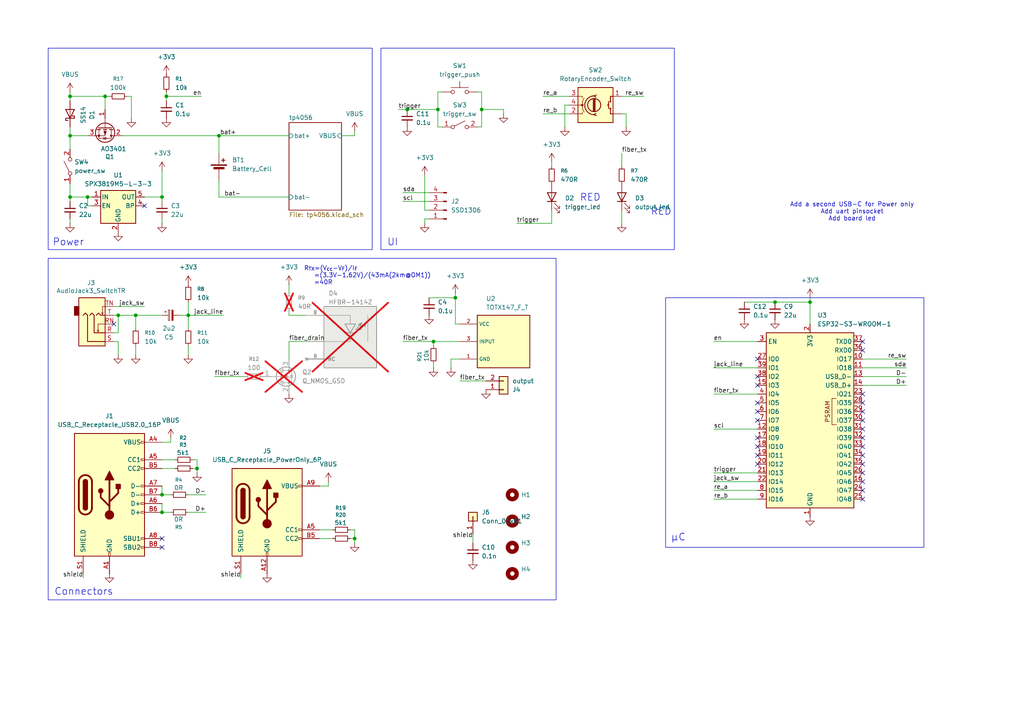
<source format=kicad_sch>
(kicad_sch (version 20250114) (generator "eeschema") (generator_version "9.0")
  (paper "A4")
  (lib_symbols
    (symbol "Connector:Conn_01x04_Pin" (pin_names (offset 1.016) (hide yes))
      (property "Reference" "J" (at 0 5.08 0))
      (property "Value" "Conn_01x04_Pin" (at 0 -7.62 0))
      (symbol "Conn_01x04_Pin_1_1"
        (pin passive line (at 5.08 2.54 180) (length 3.81) (name "Pin_1") (number "1"))
        (pin passive line (at 5.08 0 180) (length 3.81) (name "Pin_2") (number "2"))
        (pin passive line (at 5.08 -2.54 180) (length 3.81) (name "Pin_3") (number "3"))
        (pin passive line (at 5.08 -5.08 180) (length 3.81) (name "Pin_4") (number "4"))
      )
    )
    (symbol "Connector:USB_C_Receptacle_PowerOnly_6P" (pin_names (offset 1.016))
      (property "Reference" "J" (at 0 16.51 0))
      (property "Value" "USB_C_Receptacle_PowerOnly_6P" (at 0 13.97 0))
      (symbol "USB_C_Receptacle_PowerOnly_6P_1_1"
        (pin passive line (at -7.62 -17.78 90) (length 5.08) (name "SHIELD") (number "S1"))
        (pin passive line (at 0 -17.78 90) (length 5.08) (name "GND") (number "A12"))
        (pin passive line (at 0 -17.78 90) (length 5.08) (hide yes) (name "GND") (number "B12"))
        (pin passive line (at 15.24 7.62 180) (length 5.08) (name "VBUS") (number "A9"))
        (pin passive line (at 15.24 7.62 180) (length 5.08) (hide yes) (name "VBUS") (number "B9"))
        (pin bidirectional line (at 15.24 -5.08 180) (length 5.08) (name "CC1") (number "A5"))
        (pin bidirectional line (at 15.24 -7.62 180) (length 5.08) (name "CC2") (number "B5"))
      )
    )
    (symbol "Connector:USB_C_Receptacle_USB2.0_16P" (pin_names (offset 1.016))
      (property "Reference" "J" (at 0 22.225 0))
      (property "Value" "USB_C_Receptacle_USB2.0_16P" (at 0 19.685 0))
      (symbol "USB_C_Receptacle_USB2.0_16P_1_1"
        (pin passive line (at -7.62 -22.86 90) (length 5.08) (name "SHIELD") (number "S1"))
        (pin passive line (at 0 -22.86 90) (length 5.08) (name "GND") (number "A1"))
        (pin passive line (at 0 -22.86 90) (length 5.08) (hide yes) (name "GND") (number "A12"))
        (pin passive line (at 0 -22.86 90) (length 5.08) (hide yes) (name "GND") (number "B1"))
        (pin passive line (at 0 -22.86 90) (length 5.08) (hide yes) (name "GND") (number "B12"))
        (pin passive line (at 15.24 15.24 180) (length 5.08) (name "VBUS") (number "A4"))
        (pin passive line (at 15.24 15.24 180) (length 5.08) (hide yes) (name "VBUS") (number "A9"))
        (pin passive line (at 15.24 15.24 180) (length 5.08) (hide yes) (name "VBUS") (number "B4"))
        (pin passive line (at 15.24 15.24 180) (length 5.08) (hide yes) (name "VBUS") (number "B9"))
        (pin bidirectional line (at 15.24 10.16 180) (length 5.08) (name "CC1") (number "A5"))
        (pin bidirectional line (at 15.24 7.62 180) (length 5.08) (name "CC2") (number "B5"))
        (pin bidirectional line (at 15.24 2.54 180) (length 5.08) (name "D-") (number "A7"))
        (pin bidirectional line (at 15.24 0 180) (length 5.08) (name "D-") (number "B7"))
        (pin bidirectional line (at 15.24 -2.54 180) (length 5.08) (name "D+") (number "A6"))
        (pin bidirectional line (at 15.24 -5.08 180) (length 5.08) (name "D+") (number "B6"))
        (pin bidirectional line (at 15.24 -12.7 180) (length 5.08) (name "SBU1") (number "A8"))
        (pin bidirectional line (at 15.24 -15.24 180) (length 5.08) (name "SBU2") (number "B8"))
      )
    )
    (symbol "Connector_Audio:AudioJack3_SwitchTR"
      (property "Reference" "J" (at 0 8.89 0))
      (property "Value" "AudioJack3_SwitchTR" (at 0 6.35 0))
      (symbol "AudioJack3_SwitchTR_1_1"
        (pin passive line (at 5.08 2.54 180) (length 2.54) (name "~") (number "S"))
        (pin passive line (at 5.08 0 180) (length 2.54) (name "~") (number "R"))
        (pin passive line (at 5.08 -2.54 180) (length 2.54) (name "~") (number "RN"))
        (pin passive line (at 5.08 -5.08 180) (length 2.54) (name "~") (number "T"))
        (pin passive line (at 5.08 -7.62 180) (length 2.54) (name "~") (number "TN"))
      )
    )
    (symbol "Connector_Generic:Conn_01x01" (pin_names (offset 1.016) (hide yes))
      (property "Reference" "J" (at 0 2.54 0))
      (property "Value" "Conn_01x01" (at 0 -2.54 0))
      (symbol "Conn_01x01_1_1"
        (pin passive line (at -5.08 0 0) (length 3.81) (name "Pin_1") (number "1"))
      )
    )
    (symbol "Connector_Generic:Conn_01x02" (pin_names (offset 1.016) (hide yes))
      (property "Reference" "J" (at 0 2.54 0))
      (property "Value" "Conn_01x02" (at 0 -5.08 0))
      (symbol "Conn_01x02_1_1"
        (pin passive line (at -5.08 0 0) (length 3.81) (name "Pin_1") (number "1"))
        (pin passive line (at -5.08 -2.54 0) (length 3.81) (name "Pin_2") (number "2"))
      )
    )
    (symbol "Device:Battery_Cell" (pin_numbers (hide yes)) (pin_names (offset 0) (hide yes))
      (property "Reference" "BT" (at 2.54 2.54 0))
      (property "Value" "Battery_Cell" (at 2.54 0 0))
      (symbol "Battery_Cell_1_1"
        (pin passive line (at 0 5.08 270) (length 2.54) (name "+") (number "1"))
        (pin passive line (at 0 -2.54 90) (length 2.54) (name "-") (number "2"))
      )
    )
    (symbol "Device:C_Polarized_Small" (pin_numbers (hide yes)) (pin_names (offset 0.254) (hide yes))
      (property "Reference" "C" (at 0.254 1.778 0))
      (property "Value" "C_Polarized_Small" (at 0.254 -2.032 0))
      (symbol "C_Polarized_Small_1_1"
        (pin passive line (at 0 2.54 270) (length 1.8542) (name "~") (number "1"))
        (pin passive line (at 0 -2.54 90) (length 1.8542) (name "~") (number "2"))
      )
    )
    (symbol "Device:C_Small" (pin_numbers (hide yes)) (pin_names (offset 0.254) (hide yes))
      (property "Reference" "C" (at 0.254 1.778 0))
      (property "Value" "C_Small" (at 0.254 -2.032 0))
      (symbol "C_Small_1_1"
        (pin passive line (at 0 2.54 270) (length 2.032) (name "~") (number "1"))
        (pin passive line (at 0 -2.54 90) (length 2.032) (name "~") (number "2"))
      )
    )
    (symbol "Device:LED" (pin_numbers (hide yes)) (pin_names (offset 1.016) (hide yes))
      (property "Reference" "D" (at 0 2.54 0))
      (property "Value" "LED" (at 0 -2.54 0))
      (symbol "LED_1_1"
        (pin passive line (at -3.81 0 0) (length 2.54) (name "K") (number "1"))
        (pin passive line (at 3.81 0 180) (length 2.54) (name "A") (number "2"))
      )
    )
    (symbol "Device:R_Small" (pin_numbers (hide yes)) (pin_names (offset 0.254) (hide yes))
      (property "Reference" "R" (at 0 0 90))
      (property "Value" "R_Small" (at 1.778 0 90))
      (symbol "R_Small_1_1"
        (pin passive line (at 0 2.54 270) (length 0.762) (name "~") (number "1"))
        (pin passive line (at 0 -2.54 90) (length 0.762) (name "~") (number "2"))
      )
    )
    (symbol "Device:RotaryEncoder_Switch" (pin_names (offset 0.254) (hide yes))
      (property "Reference" "SW2" (at 0 10.16 0))
      (property "Value" "RotaryEncoder_Switch" (at 0 7.62 0))
      (symbol "RotaryEncoder_Switch_1_1"
        (pin passive line (at -7.62 2.54 0) (length 2.54) (name "A") (number "3"))
        (pin passive line (at -7.62 0 0) (length 2.54) (name "C") (number "4"))
        (pin passive line (at -7.62 -2.54 0) (length 2.54) (name "B") (number "2"))
        (pin passive line (at 7.62 2.54 180) (length 2.54) (name "S1") (number "1"))
        (pin passive line (at 7.62 -2.54 180) (length 2.54) (name "S2") (number ""))
      )
    )
    (symbol "Diode:SS14" (pin_numbers (hide yes)) (pin_names (offset 1.016) (hide yes))
      (property "Reference" "D" (at 0 2.54 0))
      (property "Value" "SS14" (at 0 -2.54 0))
      (symbol "SS14_1_1"
        (pin passive line (at -3.81 0 0) (length 2.54) (name "K") (number "1"))
        (pin passive line (at 3.81 0 180) (length 2.54) (name "A") (number "2"))
      )
    )
    (symbol "HFBR-1414Z:HFBR-1414Z" (pin_names (offset 1.016))
      (property "Reference" "D" (at -7.62 11.43 0))
      (property "Value" "HFBR-1414Z" (at -7.62 -8.89 0))
      (symbol "HFBR-1414Z_0_0"
        (pin passive line (at -12.7 7.62 0) (length 5.08) (name "~") (number "2"))
        (pin passive line (at -12.7 7.62 0) (length 5.08) (name "~") (number "6"))
        (pin passive line (at -12.7 7.62 0) (length 5.08) (name "~") (number "7"))
        (pin passive line (at -12.7 0 0) (length 5.08) (name "~") (number "3"))
        (pin no_connect line (at -12.7 -5.08 0) (length 5.08) (name "NC") (number "1"))
        (pin no_connect line (at -12.7 -5.08 0) (length 5.08) (name "NC") (number "4"))
        (pin no_connect line (at -12.7 -5.08 0) (length 5.08) (name "NC") (number "5"))
        (pin no_connect line (at -12.7 -5.08 0) (length 5.08) (name "NC") (number "8"))
      )
    )
    (symbol "LED_1" (pin_numbers (hide yes)) (pin_names (offset 1.016) (hide yes))
      (property "Reference" "D2" (at -0.3174 -3.81 90))
      (property "Value" "trigger_led" (at -2.8574 -3.81 90))
      (symbol "LED_1_1_1"
        (pin passive line (at -3.81 0 0) (length 2.54) (name "K") (number "2"))
        (pin passive line (at 3.81 0 180) (length 2.54) (name "A") (number "1"))
      )
    )
    (symbol "Mechanical:MountingHole" (pin_names (offset 1.016)) (in_bom no)
      (property "Reference" "H" (at 0 5.08 0))
      (property "Value" "MountingHole" (at 0 3.175 0))
    )
    (symbol "RF_Module:ESP32-S3-WROOM-1"
      (property "Reference" "U" (at -12.7 26.67 0))
      (property "Value" "ESP32-S3-WROOM-1" (at 12.7 26.67 0))
      (symbol "ESP32-S3-WROOM-1_0_0"
        (text "PSRAM" (at 5.08 2.54 900) (effects (font (size 1.27 1.27))))
      )
      (symbol "ESP32-S3-WROOM-1_1_1"
        (pin input line (at -15.24 22.86 0) (length 2.54) (name "EN") (number "3"))
        (pin bidirectional line (at -15.24 17.78 0) (length 2.54) (name "IO0") (number "27"))
        (pin bidirectional line (at -15.24 15.24 0) (length 2.54) (name "IO1") (number "39"))
        (pin bidirectional line (at -15.24 12.7 0) (length 2.54) (name "IO2") (number "38"))
        (pin bidirectional line (at -15.24 10.16 0) (length 2.54) (name "IO3") (number "15"))
        (pin bidirectional line (at -15.24 7.62 0) (length 2.54) (name "IO4") (number "4"))
        (pin bidirectional line (at -15.24 5.08 0) (length 2.54) (name "IO5") (number "5"))
        (pin bidirectional line (at -15.24 2.54 0) (length 2.54) (name "IO6") (number "6"))
        (pin bidirectional line (at -15.24 0 0) (length 2.54) (name "IO7") (number "7"))
        (pin bidirectional line (at -15.24 -2.54 0) (length 2.54) (name "IO8") (number "12"))
        (pin bidirectional line (at -15.24 -5.08 0) (length 2.54) (name "IO9") (number "17"))
        (pin bidirectional line (at -15.24 -7.62 0) (length 2.54) (name "IO10") (number "18"))
        (pin bidirectional line (at -15.24 -10.16 0) (length 2.54) (name "IO11") (number "19"))
        (pin bidirectional line (at -15.24 -12.7 0) (length 2.54) (name "IO12") (number "20"))
        (pin bidirectional line (at -15.24 -15.24 0) (length 2.54) (name "IO13") (number "21"))
        (pin bidirectional line (at -15.24 -17.78 0) (length 2.54) (name "IO14") (number "22"))
        (pin bidirectional line (at -15.24 -20.32 0) (length 2.54) (name "IO15") (number "8"))
        (pin bidirectional line (at -15.24 -22.86 0) (length 2.54) (name "IO16") (number "9"))
        (pin power_in line (at 0 27.94 270) (length 2.54) (name "3V3") (number "2"))
        (pin power_in line (at 0 -27.94 90) (length 2.54) (name "GND") (number "1"))
        (pin passive line (at 0 -27.94 90) (length 2.54) (hide yes) (name "GND") (number "40"))
        (pin passive line (at 0 -27.94 90) (length 2.54) (hide yes) (name "GND") (number "41"))
        (pin bidirectional line (at 15.24 22.86 180) (length 2.54) (name "TXD0") (number "37"))
        (pin bidirectional line (at 15.24 20.32 180) (length 2.54) (name "RXD0") (number "36"))
        (pin bidirectional line (at 15.24 17.78 180) (length 2.54) (name "IO17") (number "10"))
        (pin bidirectional line (at 15.24 15.24 180) (length 2.54) (name "IO18") (number "11"))
        (pin bidirectional line (at 15.24 12.7 180) (length 2.54) (name "USB_D-") (number "13"))
        (pin bidirectional line (at 15.24 10.16 180) (length 2.54) (name "USB_D+") (number "14"))
        (pin bidirectional line (at 15.24 7.62 180) (length 2.54) (name "IO21") (number "23"))
        (pin bidirectional line (at 15.24 5.08 180) (length 2.54) (name "IO35") (number "28"))
        (pin bidirectional line (at 15.24 2.54 180) (length 2.54) (name "IO36") (number "29"))
        (pin bidirectional line (at 15.24 0 180) (length 2.54) (name "IO37") (number "30"))
        (pin bidirectional line (at 15.24 -2.54 180) (length 2.54) (name "IO38") (number "31"))
        (pin bidirectional line (at 15.24 -5.08 180) (length 2.54) (name "IO39") (number "32"))
        (pin bidirectional line (at 15.24 -7.62 180) (length 2.54) (name "IO40") (number "33"))
        (pin bidirectional line (at 15.24 -10.16 180) (length 2.54) (name "IO41") (number "34"))
        (pin bidirectional line (at 15.24 -12.7 180) (length 2.54) (name "IO42") (number "35"))
        (pin bidirectional line (at 15.24 -15.24 180) (length 2.54) (name "IO45") (number "26"))
        (pin bidirectional line (at 15.24 -17.78 180) (length 2.54) (name "IO46") (number "16"))
        (pin bidirectional line (at 15.24 -20.32 180) (length 2.54) (name "IO47") (number "24"))
        (pin bidirectional line (at 15.24 -22.86 180) (length 2.54) (name "IO48") (number "25"))
      )
    )
    (symbol "Regulator_Linear:SPX3819M5-L-3-3" (pin_names (offset 0.254))
      (property "Reference" "U" (at -3.81 5.715 0))
      (property "Value" "SPX3819M5-L-3-3" (at 0 5.715 0))
      (symbol "SPX3819M5-L-3-3_1_1"
        (pin power_in line (at -7.62 2.54 0) (length 2.54) (name "IN") (number "1"))
        (pin input line (at -7.62 0 0) (length 2.54) (name "EN") (number "3"))
        (pin power_in line (at 0 -7.62 90) (length 2.54) (name "GND") (number "2"))
        (pin power_out line (at 7.62 2.54 180) (length 2.54) (name "OUT") (number "5"))
        (pin input line (at 7.62 0 180) (length 2.54) (name "BP") (number "4"))
      )
    )
    (symbol "Switch:SW_Push" (pin_numbers (hide yes)) (pin_names (offset 1.016) (hide yes))
      (property "Reference" "SW" (at 1.27 2.54 0))
      (property "Value" "SW_Push" (at 0 -1.524 0))
      (symbol "SW_Push_0_1"
        (pin passive line (at -5.08 0 0) (length 2.54) (name "1") (number "1"))
        (pin passive line (at 5.08 0 180) (length 2.54) (name "2") (number "2"))
      )
    )
    (symbol "Switch:SW_SPST" (pin_names (offset 0) (hide yes))
      (property "Reference" "SW" (at 0 3.175 0))
      (property "Value" "SW_SPST" (at 0 -2.54 0))
      (symbol "SW_SPST_1_1"
        (pin passive line (at -5.08 0 0) (length 2.54) (name "A") (number "1"))
        (pin passive line (at 5.08 0 180) (length 2.54) (name "B") (number "2"))
      )
    )
    (symbol "TORX147_F_T_:TOTX147_F_T"
      (property "Reference" "U" (at 0 11.684 0))
      (property "Value" "TOTX147_F_T" (at 0.254 9.144 0))
      (symbol "TOTX147_F_T_1_0"
        (pin power_in line (at 12.7 5.08 180) (length 5.08) (name "VCC") (number "2"))
        (pin output line (at 12.7 0 180) (length 5.08) (name "INPUT") (number "3"))
        (pin power_in line (at 12.7 -5.08 180) (length 5.08) (name "GND") (number "1"))
      )
    )
    (symbol "Transistor_FET:Q_NMOS_GSD" (pin_names (offset 0) (hide yes))
      (property "Reference" "Q" (at 5.08 1.905 0))
      (property "Value" "Q_NMOS_GSD" (at 5.08 0 0))
      (symbol "Q_NMOS_GSD_1_1"
        (pin input line (at -5.08 0 0) (length 2.54) (name "G") (number "1"))
        (pin passive line (at 2.54 5.08 270) (length 2.54) (name "D") (number "3"))
        (pin passive line (at 2.54 -5.08 90) (length 2.54) (name "S") (number "2"))
      )
    )
    (symbol "Transistor_FET:Q_PMOS_GDS" (pin_names (offset 0) (hide yes))
      (property "Reference" "Q" (at 5.08 1.905 0))
      (property "Value" "Q_PMOS_GDS" (at 5.08 0 0))
      (symbol "Q_PMOS_GDS_1_1"
        (pin input line (at -5.08 0 0) (length 2.54) (name "G") (number "1"))
        (pin passive line (at 2.54 5.08 270) (length 2.54) (name "D") (number "2"))
        (pin passive line (at 2.54 -5.08 90) (length 2.54) (name "S") (number "3"))
      )
    )
    (symbol "power:+3.3V" (power) (pin_numbers (hide yes)) (pin_names (offset 0) (hide yes))
      (property "Value" "+3.3V" (at 0 3.556 0))
      (symbol "+3.3V_1_1"
        (pin power_in line (at 0 0 90) (length 0) (name "~") (number "1"))
      )
    )
    (symbol "power:+3V3" (power) (pin_numbers (hide yes)) (pin_names (offset 0) (hide yes))
      (property "Value" "+3V3" (at 0 3.556 0))
      (symbol "+3V3_1_1"
        (pin power_in line (at 0 0 90) (length 0) (name "~") (number "1"))
      )
    )
    (symbol "power:GND" (power) (pin_numbers (hide yes)) (pin_names (offset 0) (hide yes))
      (property "Value" "GND" (at 0 -3.81 0))
      (symbol "GND_1_1"
        (pin power_in line (at 0 0 270) (length 0) (name "~") (number "1"))
      )
    )
    (symbol "power:VBUS" (power) (pin_numbers (hide yes)) (pin_names (offset 0) (hide yes))
      (property "Value" "VBUS" (at 0 3.556 0))
      (symbol "VBUS_1_1"
        (pin power_in line (at 0 0 90) (length 0) (name "~") (number "1"))
      )
    )
  )
  (rectangle (start 110.49 13.97) (end 195.58 72.39))
  (rectangle (start 13.97 13.97) (end 107.95 72.39))
  (rectangle (start 193.04 86.36) (end 267.97 158.75))
  (rectangle (start 13.97 74.93) (end 161.29 173.99))
  (text "Add a second USB-C for Power only\nAdd uart pinsocket\nAdd board led" (at 247.142 61.468 0) (effects (font (size 1.27 1.27))))
  (text "Connectors" (at 15.748 171.704 0) (effects (font (size 2.032 2.032)) (justify left)))
  (text "R_{TX}=(V_{cc}-V_{F})/I_{F}\n   =(3.3V-1.62V)/(43mA(2km@OM1))\n   =40R" (at 88.138 80.01 0) (effects (font (size 1.27 1.27)) (justify left)))
  (text "RED" (at 188.722 61.468 0) (effects (font (size 2.032 2.032)) (justify left)))
  (text "Power" (at 15.24 70.358 0) (effects (font (size 2.032 2.032)) (justify left)))
  (text "UI" (at 112.268 70.358 0) (effects (font (size 2.032 2.032)) (justify left)))
  (text "RED" (at 168.148 57.404 0) (effects (font (size 2.032 2.032)) (justify left)))
  (text "µC" (at 194.564 155.956 0) (effects (font (size 2.032 2.032)) (justify left)))
  (junction (at 46.99 57.15))
  (junction (at 132.08 86.36))
  (junction (at 48.26 27.94))
  (junction (at 57.15 135.89))
  (junction (at 224.79 87.63))
  (junction (at 54.61 91.44))
  (junction (at 25.4 57.15))
  (junction (at 46.99 148.59))
  (junction (at 234.95 87.63))
  (junction (at 20.32 57.15))
  (junction (at 127 31.75))
  (junction (at 139.7 31.75))
  (junction (at 125.73 99.06))
  (junction (at 20.32 39.37))
  (junction (at 102.87 156.21))
  (junction (at 63.5 39.37))
  (junction (at 34.29 91.44))
  (junction (at 118.11 31.75))
  (junction (at 46.99 143.51))
  (junction (at 30.48 27.94))
  (junction (at 20.32 27.94))
  (junction (at 39.37 91.44))
  (no_connect (at 219.71 132.08))
  (no_connect (at 250.19 139.7))
  (no_connect (at 250.19 114.3))
  (no_connect (at 250.19 101.6))
  (no_connect (at 250.19 119.38))
  (no_connect (at 250.19 129.54))
  (no_connect (at 33.02 93.98))
  (no_connect (at 219.71 111.76))
  (no_connect (at 250.19 142.24))
  (no_connect (at 219.71 134.62))
  (no_connect (at 41.91 59.69))
  (no_connect (at 219.71 104.14))
  (no_connect (at 219.71 129.54))
  (no_connect (at 219.71 109.22))
  (no_connect (at 250.19 137.16))
  (no_connect (at 250.19 127))
  (no_connect (at 250.19 99.06))
  (no_connect (at 250.19 116.84))
  (no_connect (at 250.19 121.92))
  (no_connect (at 219.71 121.92))
  (no_connect (at 219.71 116.84))
  (no_connect (at 250.19 132.08))
  (no_connect (at 219.71 119.38))
  (no_connect (at 250.19 124.46))
  (no_connect (at 46.99 156.21))
  (no_connect (at 46.99 158.75))
  (no_connect (at 250.19 134.62))
  (no_connect (at 219.71 127))
  (no_connect (at 250.19 144.78))
  (wire (pts (xy 34.29 99.06) (xy 33.02 99.06)))
  (wire (pts (xy 215.9 87.63) (xy 224.79 87.63)))
  (wire (pts (xy 124.46 86.36) (xy 132.08 86.36)))
  (wire (pts (xy 181.61 36.83) (xy 181.61 33.02)))
  (wire (pts (xy 49.53 127) (xy 49.53 128.27)))
  (wire (pts (xy 138.43 36.83) (xy 139.7 36.83)))
  (wire (pts (xy 46.99 49.53) (xy 46.99 57.15)))
  (wire (pts (xy 63.5 57.15) (xy 63.5 52.07)))
  (wire (pts (xy 39.37 100.33) (xy 39.37 102.87)))
  (wire (pts (xy 54.61 91.44) (xy 54.61 95.25)))
  (wire (pts (xy 46.99 146.05) (xy 46.99 148.59)))
  (wire (pts (xy 54.61 100.33) (xy 54.61 102.87)))
  (wire (pts (xy 63.5 39.37) (xy 63.5 44.45)))
  (wire (pts (xy 46.99 63.5) (xy 46.99 64.77)))
  (wire (pts (xy 138.43 26.67) (xy 139.7 26.67)))
  (wire (pts (xy 118.11 31.75) (xy 127 31.75)))
  (wire (pts (xy 48.26 27.94) (xy 48.26 29.21)))
  (wire (pts (xy 234.95 87.63) (xy 234.95 93.98)))
  (wire (pts (xy 48.26 26.67) (xy 48.26 27.94)))
  (wire (pts (xy 127 31.75) (xy 127 36.83)))
  (wire (pts (xy 250.19 109.22) (xy 262.89 109.22)))
  (wire (pts (xy 133.35 104.14) (xy 130.81 104.14)))
  (wire (pts (xy 20.32 36.83) (xy 20.32 39.37)))
  (wire (pts (xy 139.7 31.75) (xy 146.05 31.75)))
  (wire (pts (xy 207.01 144.78) (xy 219.71 144.78)))
  (wire (pts (xy 219.71 114.3) (xy 207.01 114.3)))
  (wire (pts (xy 33.02 96.52) (xy 34.29 96.52)))
  (wire (pts (xy 180.34 44.45) (xy 180.34 48.26)))
  (wire (pts (xy 127 36.83) (xy 128.27 36.83)))
  (wire (pts (xy 46.99 140.97) (xy 46.99 143.51)))
  (wire (pts (xy 207.01 124.46) (xy 219.71 124.46)))
  (wire (pts (xy 101.6 153.67) (xy 102.87 153.67)))
  (wire (pts (xy 83.82 99.06) (xy 83.82 104.14)))
  (wire (pts (xy 146.05 33.02) (xy 146.05 31.75)))
  (wire (pts (xy 54.61 143.51) (xy 59.69 143.51)))
  (wire (pts (xy 157.48 33.02) (xy 165.1 33.02)))
  (wire (pts (xy 83.82 90.17) (xy 83.82 91.44)))
  (wire (pts (xy 54.61 148.59) (xy 59.69 148.59)))
  (wire (pts (xy 54.61 87.63) (xy 54.61 91.44)))
  (wire (pts (xy 124.46 60.96) (xy 123.19 60.96)))
  (wire (pts (xy 46.99 143.51) (xy 49.53 143.51)))
  (wire (pts (xy 123.19 63.5) (xy 124.46 63.5)))
  (wire (pts (xy 262.89 104.14) (xy 250.19 104.14)))
  (wire (pts (xy 181.61 33.02) (xy 180.34 33.02)))
  (wire (pts (xy 102.87 156.21) (xy 102.87 157.48)))
  (wire (pts (xy 26.67 59.69) (xy 25.4 59.69)))
  (wire (pts (xy 92.71 140.97) (xy 95.25 140.97)))
  (wire (pts (xy 125.73 99.06) (xy 133.35 99.06)))
  (wire (pts (xy 57.15 133.35) (xy 57.15 135.89)))
  (wire (pts (xy 46.99 148.59) (xy 49.53 148.59)))
  (wire (pts (xy 116.84 55.88) (xy 124.46 55.88)))
  (wire (pts (xy 20.32 29.21) (xy 20.32 27.94)))
  (wire (pts (xy 48.26 27.94) (xy 58.42 27.94)))
  (wire (pts (xy 160.02 46.99) (xy 160.02 48.26)))
  (wire (pts (xy 41.91 57.15) (xy 46.99 57.15)))
  (wire (pts (xy 57.15 135.89) (xy 57.15 137.16)))
  (wire (pts (xy 41.91 88.9) (xy 33.02 88.9)))
  (wire (pts (xy 137.16 154.94) (xy 137.16 157.48)))
  (wire (pts (xy 163.83 30.48) (xy 163.83 36.83)))
  (wire (pts (xy 20.32 39.37) (xy 20.32 43.18)))
  (wire (pts (xy 180.34 64.77) (xy 180.34 60.96)))
  (wire (pts (xy 20.32 39.37) (xy 25.4 39.37)))
  (wire (pts (xy 165.1 30.48) (xy 163.83 30.48)))
  (wire (pts (xy 39.37 91.44) (xy 39.37 95.25)))
  (wire (pts (xy 128.27 26.67) (xy 127 26.67)))
  (wire (pts (xy 55.88 135.89) (xy 57.15 135.89)))
  (wire (pts (xy 125.73 99.06) (xy 125.73 100.33)))
  (wire (pts (xy 123.19 50.8) (xy 123.19 60.96)))
  (wire (pts (xy 24.13 167.64) (xy 24.13 166.37)))
  (wire (pts (xy 25.4 57.15) (xy 25.4 59.69)))
  (wire (pts (xy 132.08 93.98) (xy 133.35 93.98)))
  (wire (pts (xy 132.08 86.36) (xy 132.08 93.98)))
  (wire (pts (xy 92.71 156.21) (xy 96.52 156.21)))
  (wire (pts (xy 130.81 104.14) (xy 130.81 106.68)))
  (wire (pts (xy 46.99 57.15) (xy 46.99 58.42)))
  (wire (pts (xy 46.99 128.27) (xy 49.53 128.27)))
  (wire (pts (xy 35.56 39.37) (xy 63.5 39.37)))
  (wire (pts (xy 62.23 109.22) (xy 71.12 109.22)))
  (wire (pts (xy 102.87 39.37) (xy 102.87 38.1)))
  (wire (pts (xy 25.4 57.15) (xy 26.67 57.15)))
  (wire (pts (xy 34.29 91.44) (xy 34.29 96.52)))
  (wire (pts (xy 207.01 99.06) (xy 219.71 99.06)))
  (wire (pts (xy 34.29 91.44) (xy 39.37 91.44)))
  (wire (pts (xy 180.34 27.94) (xy 186.69 27.94)))
  (wire (pts (xy 160.02 64.77) (xy 160.02 60.96)))
  (wire (pts (xy 123.19 64.77) (xy 123.19 63.5)))
  (wire (pts (xy 207.01 106.68) (xy 219.71 106.68)))
  (wire (pts (xy 63.5 57.15) (xy 83.82 57.15)))
  (wire (pts (xy 139.7 36.83) (xy 139.7 31.75)))
  (wire (pts (xy 54.61 91.44) (xy 64.77 91.44)))
  (wire (pts (xy 207.01 142.24) (xy 219.71 142.24)))
  (wire (pts (xy 20.32 58.42) (xy 20.32 57.15)))
  (wire (pts (xy 116.84 99.06) (xy 125.73 99.06)))
  (wire (pts (xy 38.1 34.29) (xy 38.1 27.94)))
  (wire (pts (xy 139.7 31.75) (xy 139.7 26.67)))
  (wire (pts (xy 160.02 64.77) (xy 149.86 64.77)))
  (wire (pts (xy 20.32 27.94) (xy 30.48 27.94)))
  (wire (pts (xy 20.32 63.5) (xy 20.32 64.77)))
  (wire (pts (xy 224.79 87.63) (xy 234.95 87.63)))
  (wire (pts (xy 133.35 110.49) (xy 140.97 110.49)))
  (wire (pts (xy 234.95 86.36) (xy 234.95 87.63)))
  (wire (pts (xy 101.6 156.21) (xy 102.87 156.21)))
  (wire (pts (xy 55.88 133.35) (xy 57.15 133.35)))
  (wire (pts (xy 63.5 39.37) (xy 83.82 39.37)))
  (wire (pts (xy 92.71 153.67) (xy 96.52 153.67)))
  (wire (pts (xy 102.87 39.37) (xy 99.06 39.37)))
  (wire (pts (xy 125.73 105.41) (xy 125.73 106.68)))
  (wire (pts (xy 38.1 27.94) (xy 36.83 27.94)))
  (wire (pts (xy 83.82 99.06) (xy 88.9 99.06)))
  (wire (pts (xy 207.01 139.7) (xy 219.71 139.7)))
  (wire (pts (xy 30.48 27.94) (xy 31.75 27.94)))
  (wire (pts (xy 20.32 57.15) (xy 25.4 57.15)))
  (wire (pts (xy 157.48 27.94) (xy 165.1 27.94)))
  (wire (pts (xy 127 26.67) (xy 127 31.75)))
  (wire (pts (xy 33.02 91.44) (xy 34.29 91.44)))
  (wire (pts (xy 250.19 111.76) (xy 262.89 111.76)))
  (wire (pts (xy 30.48 27.94) (xy 30.48 31.75)))
  (wire (pts (xy 132.08 85.09) (xy 132.08 86.36)))
  (wire (pts (xy 39.37 91.44) (xy 46.99 91.44)))
  (wire (pts (xy 102.87 153.67) (xy 102.87 156.21)))
  (wire (pts (xy 69.85 167.64) (xy 69.85 166.37)))
  (wire (pts (xy 95.25 139.7) (xy 95.25 140.97)))
  (wire (pts (xy 262.89 106.68) (xy 250.19 106.68)))
  (wire (pts (xy 46.99 135.89) (xy 50.8 135.89)))
  (wire (pts (xy 46.99 133.35) (xy 50.8 133.35)))
  (wire (pts (xy 207.01 137.16) (xy 219.71 137.16)))
  (wire (pts (xy 115.57 31.75) (xy 118.11 31.75)))
  (wire (pts (xy 20.32 53.34) (xy 20.32 57.15)))
  (wire (pts (xy 83.82 91.44) (xy 88.9 91.44)))
  (wire (pts (xy 20.32 26.67) (xy 20.32 27.94)))
  (wire (pts (xy 116.84 58.42) (xy 124.46 58.42)))
  (wire (pts (xy 52.07 91.44) (xy 54.61 91.44)))
  (wire (pts (xy 34.29 102.87) (xy 34.29 99.06)))
  (wire (pts (xy 83.82 82.55) (xy 83.82 85.09)))
  (label "scl" (at 116.84 58.42 0))
  (label "shield" (at 69.85 167.64 180))
  (label "shield" (at 137.16 156.21 180))
  (label "fiber_tx" (at 62.23 109.22 0))
  (label "fiber_tx" (at 133.35 110.49 0))
  (label "trigger" (at 207.01 137.16 0))
  (label "D+" (at 262.89 111.76 180))
  (label "shield" (at 24.13 167.64 180))
  (label "en" (at 58.42 27.94 180))
  (label "jack_sw" (at 41.91 88.9 180))
  (label "trigger" (at 115.57 31.75 0))
  (label "D-" (at 262.89 109.22 180))
  (label "jack_sw" (at 207.01 139.7 0))
  (label "bat-" (at 69.85 57.15 180))
  (label "re_b" (at 157.48 33.02 0))
  (label "sda" (at 116.84 55.88 0))
  (label "re_a" (at 207.01 142.24 0))
  (label "re_b" (at 207.01 144.78 0))
  (label "re_a" (at 157.48 27.94 0))
  (label "fiber_tx" (at 180.34 44.45 0))
  (label "jack_line" (at 64.77 91.44 180))
  (label "fiber_tx" (at 207.01 114.3 0))
  (label "bat+" (at 68.58 39.37 180))
  (label "D-" (at 59.69 143.51 180))
  (label "en" (at 207.01 99.06 0))
  (label "re_sw" (at 186.69 27.94 180))
  (label "trigger" (at 149.86 64.77 0))
  (label "jack_line" (at 207.01 106.68 0))
  (label "D+" (at 59.69 148.59 180))
  (label "sda" (at 262.89 106.68 180))
  (label "fiber_tx" (at 116.84 99.06 0))
  (label "re_sw" (at 262.89 104.14 180))
  (label "scl" (at 207.01 124.46 0))
  (label "fiber_drain" (at 83.82 99.06 0))
  (symbol (lib_id "Switch:SW_SPST") (at 133.35 36.83 0) (unit 1) (in_bom no) (on_board no)
    (property "Reference" "SW3" (at 133.35 30.48 0))
    (property "Value" "trigger_sw" (at 133.35 33.02 0))
    (property "Footprint" "Connector_JST:JST_PH_B2B-PH-K_1x02_P2.00mm_Vertical" (effects (hide yes)))
    (property "Description" "Single Pole Single Throw (SPST) switch" (effects (hide yes)))
  )
  (symbol (lib_id "power:GND") (at 54.61 102.87 0) (unit 1)
    (property "Reference" "#PWR024" (effects (hide yes)))
    (property "Value" "GND" (effects (hide yes)))
    (property "Description" "Power symbol creates a global label with name \"GND\" , ground" (effects (hide yes)))
  )
  (symbol (lib_id "Device:R_Small") (at 52.07 148.59 90) (mirror x) (unit 1)
    (property "Reference" "R5" (at 51.816 152.908 90) (effects (font (size 1.016 1.016))))
    (property "Value" "0R" (at 51.816 150.622 90))
    (property "Footprint" "Resistor_SMD:R_0603_1608Metric_Pad0.98x0.95mm_HandSolder" (effects (hide yes)))
    (property "Description" "Resistor, small symbol" (effects (hide yes)))
  )
  (symbol (lib_id "Device:RotaryEncoder_Switch") (at 172.72 30.48 0) (unit 1)
    (property "Reference" "SW2" (at 172.72 20.32 0))
    (property "Value" "RotaryEncoder_Switch" (at 172.72 22.86 0))
    (property "Footprint" "Connector_JST:JST_PH_B4B-PH-K_1x04_P2.00mm_Vertical" (effects (hide yes)))
    (property "Description" "Rotary encoder, dual channel, incremental quadrate outputs, with switch" (effects (hide yes)))
  )
  (symbol (lib_id "Device:LED") (at 180.34 57.15 90) (unit 1)
    (property "Reference" "D3" (at 184.15 57.4674 90) (effects (justify right)))
    (property "Value" "output_led" (at 184.15 60.0074 90) (effects (justify right)))
    (property "Footprint" "Connector_JST:JST_PH_B2B-PH-K_1x02_P2.00mm_Vertical" (effects (hide yes)))
    (property "Description" "Light emitting diode" (effects (hide yes)))
    (property "Sim.Pins" "1=K 2=A" (effects (hide yes)))
  )
  (symbol (lib_id "Device:R_Small") (at 180.34 50.8 0) (unit 1)
    (property "Reference" "R7" (at 182.88 49.5299 0) (effects (font (size 1.016 1.016)) (justify left)))
    (property "Value" "470R" (at 182.88 52.0699 0) (effects (justify left)))
    (property "Footprint" "Resistor_SMD:R_0603_1608Metric_Pad0.98x0.95mm_HandSolder" (effects (hide yes)))
    (property "Description" "Resistor, small symbol" (effects (hide yes)))
  )
  (symbol (lib_id "power:GND") (at 48.26 34.29 0) (unit 1)
    (property "Reference" "#PWR04" (effects (hide yes)))
    (property "Value" "GND" (effects (hide yes)))
    (property "Description" "Power symbol creates a global label with name \"GND\" , ground" (effects (hide yes)))
  )
  (symbol (lib_id "Device:C_Small") (at 48.26 31.75 0) (unit 1)
    (property "Reference" "C1" (at 50.8 30.4862 0) (effects (justify left)))
    (property "Value" "0.1u" (at 50.8 33.0262 0) (effects (justify left)))
    (property "Footprint" "Capacitor_SMD:C_0603_1608Metric_Pad1.08x0.95mm_HandSolder" (effects (hide yes)))
    (property "Description" "Unpolarized capacitor, small symbol" (effects (hide yes)))
  )
  (symbol (lib_id "power:VBUS") (at 20.32 26.67 0) (unit 1)
    (property "Reference" "#PWR02" (effects (hide yes)))
    (property "Value" "VBUS" (at 20.32 21.59 0))
    (property "Description" "Power symbol creates a global label with name \"VBUS\"" (effects (hide yes)))
  )
  (symbol (lib_id "power:+3V3") (at 132.08 85.09 0) (unit 1)
    (property "Reference" "#PWR019" (effects (hide yes)))
    (property "Value" "+3V3" (at 132.08 80.01 0))
    (property "Description" "Power symbol creates a global label with name \"+3V3\"" (effects (hide yes)))
  )
  (symbol (lib_id "Device:R_Small") (at 54.61 85.09 0) (unit 1)
    (property "Reference" "R8" (at 57.15 83.8199 0) (effects (font (size 1.016 1.016)) (justify left)))
    (property "Value" "10k" (at 57.15 86.3599 0) (effects (justify left)))
    (property "Footprint" "Resistor_SMD:R_0603_1608Metric_Pad0.98x0.95mm_HandSolder" (effects (hide yes)))
    (property "Description" "Resistor, small symbol" (effects (hide yes)))
  )
  (symbol (lib_id "power:GND") (at 31.75 166.37 0) (unit 1)
    (property "Reference" "#PWR016" (effects (hide yes)))
    (property "Value" "GND" (effects (hide yes)))
    (property "Description" "Power symbol creates a global label with name \"GND\" , ground" (effects (hide yes)))
  )
  (symbol (lib_id "power:+3V3") (at 54.61 82.55 0) (unit 1)
    (property "Reference" "#PWR017" (effects (hide yes)))
    (property "Value" "+3V3" (at 54.61 77.47 0))
    (property "Description" "Power symbol creates a global label with name \"+3V3\"" (effects (hide yes)))
  )
  (symbol (lib_id "Device:C_Small") (at 46.99 60.96 0) (unit 1)
    (property "Reference" "C3" (at 49.53 59.6962 0) (effects (justify left)))
    (property "Value" "22u" (at 49.53 62.2362 0) (effects (justify left)))
    (property "Footprint" "Capacitor_SMD:C_0805_2012Metric_Pad1.18x1.45mm_HandSolder" (effects (hide yes)))
    (property "Description" "Unpolarized capacitor, small symbol" (effects (hide yes)))
  )
  (symbol (lib_id "Connector_Generic:Conn_01x01") (at 137.16 149.86 90) (unit 1) (in_bom no)
    (property "Reference" "J6" (at 139.7 148.5899 90) (effects (justify right)))
    (property "Value" "Conn_01x01" (at 139.7 151.1299 90) (effects (justify right)))
    (property "Footprint" "Connector_Wire:SolderWire-0.15sqmm_1x01_D0.5mm_OD1.5mm" (effects (hide yes)))
    (property "Description" "Generic connector, single row, 01x01, script generated (kicad-library-utils/schlib/autogen/connector/)" (effects (hide yes)))
  )
  (symbol (lib_id "Device:C_Small") (at 124.46 88.9 0) (unit 1)
    (property "Reference" "C4" (at 127 87.6362 0) (effects (justify left)))
    (property "Value" "0.1u" (at 127 90.1762 0) (effects (justify left)))
    (property "Footprint" "Capacitor_SMD:C_0603_1608Metric_Pad1.08x0.95mm_HandSolder" (effects (hide yes)))
    (property "Description" "Unpolarized capacitor, small symbol" (effects (hide yes)))
  )
  (symbol (lib_id "Switch:SW_SPST") (at 20.32 48.26 90) (unit 1)
    (property "Reference" "SW4" (at 21.59 46.9899 90) (effects (justify right)))
    (property "Value" "power_sw" (at 21.59 49.5299 90) (effects (justify right)))
    (property "Footprint" "Connector_JST:JST_PH_B2B-PH-K_1x02_P2.00mm_Vertical" (effects (hide yes)))
    (property "Description" "Single Pole Single Throw (SPST) switch" (effects (hide yes)))
  )
  (symbol (lib_id "Connector:USB_C_Receptacle_USB2.0_16P") (at 31.75 143.51 0) (unit 1)
    (property "Reference" "J1" (at 31.75 120.65 0))
    (property "Value" "USB_C_Receptacle_USB2.0_16P" (at 31.75 123.19 0))
    (property "Footprint" "Connector_USB:USB_C_Receptacle_GCT_USB4105-xx-A_16P_TopMnt_Horizontal" (effects (hide yes)))
    (property "Datasheet" "https://www.usb.org/sites/default/files/documents/usb_type-c.zip" (effects (hide yes)))
    (property "Description" "USB 2.0-only 16P Type-C Receptacle connector" (effects (hide yes)))
  )
  (symbol (lib_id "Device:C_Small") (at 224.79 90.17 0) (unit 1)
    (property "Reference" "C9" (at 227.33 88.9062 0) (effects (justify left)))
    (property "Value" "22u" (at 227.33 91.4462 0) (effects (justify left)))
    (property "Footprint" "Capacitor_SMD:C_0805_2012Metric_Pad1.18x1.45mm_HandSolder" (effects (hide yes)))
    (property "Description" "Unpolarized capacitor, small symbol" (effects (hide yes)))
  )
  (symbol (lib_id "power:GND") (at 140.97 113.03 0) (unit 1)
    (property "Reference" "#PWR032" (effects (hide yes)))
    (property "Value" "GND" (effects (hide yes)))
    (property "Description" "Power symbol creates a global label with name \"GND\" , ground" (effects (hide yes)))
  )
  (symbol (lib_id "power:GND") (at 39.37 102.87 0) (unit 1)
    (property "Reference" "#PWR023" (effects (hide yes)))
    (property "Value" "GND" (effects (hide yes)))
    (property "Description" "Power symbol creates a global label with name \"GND\" , ground" (effects (hide yes)))
  )
  (symbol (lib_id "Mechanical:MountingHole") (at 148.59 143.51 0) (unit 1) (in_bom no)
    (property "Reference" "H1" (at 151.13 143.5099 0) (effects (justify left)))
    (property "Value" "MountingHole" (effects (hide yes)))
    (property "Footprint" "MountingHole:MountingHole_3.2mm_M3_DIN965" (effects (hide yes)))
    (property "Description" "Mounting Hole without connection" (effects (hide yes)))
  )
  (symbol (lib_id "RF_Module:ESP32-S3-WROOM-1") (at 234.95 121.92 0) (unit 1)
    (property "Reference" "U3" (at 237.0933 91.44 0) (effects (justify left)))
    (property "Value" "ESP32-S3-WROOM-1" (at 237.0933 93.98 0) (effects (justify left)))
    (property "Footprint" "RF_Module:ESP32-S3-WROOM-1U" (effects (hide yes)))
    (property "Datasheet" "https://www.espressif.com/sites/default/files/documentation/esp32-s3-wroom-1_wroom-1u_datasheet_en.pdf" (effects (hide yes)))
    (property "Description" "RF Module, ESP32-S3 SoC, Wi-Fi 802.11b/g/n, Bluetooth, BLE, 32-bit, 3.3V, onboard antenna, SMD" (effects (hide yes)))
  )
  (symbol (lib_id "power:+3V3") (at 48.26 21.59 0) (unit 1)
    (property "Reference" "#PWR01" (effects (hide yes)))
    (property "Value" "+3V3" (at 48.26 16.51 0))
    (property "Description" "Power symbol creates a global label with name \"+3V3\"" (effects (hide yes)))
  )
  (symbol (lib_id "power:GND") (at 34.29 102.87 0) (unit 1)
    (property "Reference" "#PWR022" (effects (hide yes)))
    (property "Value" "GND" (effects (hide yes)))
    (property "Description" "Power symbol creates a global label with name \"GND\" , ground" (effects (hide yes)))
  )
  (symbol (lib_id "power:GND") (at 181.61 36.83 0) (unit 1)
    (property "Reference" "#PWR07" (effects (hide yes)))
    (property "Value" "GND" (effects (hide yes)))
    (property "Description" "Power symbol creates a global label with name \"GND\" , ground" (effects (hide yes)))
  )
  (symbol (lib_id "power:GND") (at 34.29 67.31 0) (unit 1)
    (property "Reference" "#PWR013" (effects (hide yes)))
    (property "Value" "GND" (effects (hide yes)))
    (property "Description" "Power symbol creates a global label with name \"GND\" , ground" (effects (hide yes)))
  )
  (symbol (lib_id "Device:C_Polarized_Small") (at 49.53 91.44 90) (mirror x) (unit 1)
    (property "Reference" "C5" (at 48.9839 97.79 90))
    (property "Value" "2u2" (at 48.9839 95.25 90))
    (property "Footprint" "Capacitor_THT:C_Radial_D5.0mm_H11.0mm_P2.00mm" (effects (hide yes)))
    (property "Description" "Polarized capacitor, small symbol" (effects (hide yes)))
  )
  (symbol (lib_id "power:GND") (at 137.16 162.56 0) (unit 1)
    (property "Reference" "#PWR031" (effects (hide yes)))
    (property "Value" "GND" (effects (hide yes)))
    (property "Description" "Power symbol creates a global label with name \"GND\" , ground" (effects (hide yes)))
  )
  (symbol (lib_id "power:VBUS") (at 49.53 127 0) (unit 1)
    (property "Reference" "#PWR037" (effects (hide yes)))
    (property "Value" "VBUS" (at 49.53 121.92 0))
    (property "Description" "Power symbol creates a global label with name \"VBUS\"" (effects (hide yes)))
  )
  (symbol (lib_id "Device:R_Small") (at 52.07 143.51 90) (unit 1)
    (property "Reference" "R4" (at 51.816 139.192 90) (effects (font (size 1.016 1.016))))
    (property "Value" "0R" (at 51.816 141.478 90))
    (property "Footprint" "Resistor_SMD:R_0603_1608Metric_Pad0.98x0.95mm_HandSolder" (effects (hide yes)))
    (property "Description" "Resistor, small symbol" (effects (hide yes)))
  )
  (symbol (lib_id "Device:R_Small") (at 99.06 156.21 90) (unit 1)
    (property "Reference" "R20" (at 98.806 149.352 90) (effects (font (size 1.016 1.016))))
    (property "Value" "5k1" (effects (hide yes)))
    (property "Footprint" "Resistor_SMD:R_0603_1608Metric_Pad0.98x0.95mm_HandSolder" (effects (hide yes)))
    (property "Description" "Resistor, small symbol" (effects (hide yes)))
  )
  (symbol (lib_id "power:GND") (at 124.46 91.44 0) (unit 1)
    (property "Reference" "#PWR020" (effects (hide yes)))
    (property "Value" "GND" (effects (hide yes)))
    (property "Description" "Power symbol creates a global label with name \"GND\" , ground" (effects (hide yes)))
  )
  (symbol (lib_id "power:GND") (at 77.47 166.37 0) (unit 1)
    (property "Reference" "#PWR034" (effects (hide yes)))
    (property "Value" "GND" (effects (hide yes)))
    (property "Description" "Power symbol creates a global label with name \"GND\" , ground" (effects (hide yes)))
  )
  (symbol (lib_id "Device:C_Small") (at 118.11 34.29 0) (unit 1)
    (property "Reference" "C11" (at 120.65 33.0262 0) (effects (justify left)))
    (property "Value" "0.1u" (at 120.65 35.5662 0) (effects (justify left)))
    (property "Footprint" "Capacitor_SMD:C_0603_1608Metric_Pad1.08x0.95mm_HandSolder" (effects (hide yes)))
    (property "Description" "Unpolarized capacitor, small symbol" (effects (hide yes)))
  )
  (symbol (lib_id "power:VBUS") (at 102.87 38.1 0) (mirror y) (unit 1)
    (property "Reference" "#PWR027" (effects (hide yes)))
    (property "Value" "VBUS" (at 102.87 33.02 0))
    (property "Description" "Power symbol creates a global label with name \"VBUS\"" (effects (hide yes)))
  )
  (symbol (lib_id "Device:R_Small") (at 53.34 133.35 90) (unit 1)
    (property "Reference" "R2" (at 53.086 127 90) (effects (font (size 1.016 1.016))))
    (property "Value" "5k1" (at 53.086 131.318 90))
    (property "Footprint" "Resistor_SMD:R_0603_1608Metric_Pad0.98x0.95mm_HandSolder" (effects (hide yes)))
    (property "Description" "Resistor, small symbol" (effects (hide yes)))
  )
  (symbol (lib_id "Connector_Audio:AudioJack3_SwitchTR") (at 27.94 96.52 0) (mirror x) (unit 1)
    (property "Reference" "J3" (at 26.416 82.042 0))
    (property "Value" "AudioJack3_SwitchTR" (at 26.416 84.328 0))
    (property "Footprint" "Connector_Audio:Jack_3.5mm_CUI_SJ1-3525N_Horizontal" (effects (hide yes)))
    (property "Description" "Audio Jack, 3 Poles (Stereo / TRS), Switched TR Poles (Normalling)" (effects (hide yes)))
  )
  (symbol (lib_id "Device:R_Small") (at 54.61 97.79 0) (unit 1)
    (property "Reference" "R11" (at 57.15 96.5199 0) (effects (font (size 1.016 1.016)) (justify left)))
    (property "Value" "10k" (at 57.15 99.0599 0) (effects (justify left)))
    (property "Footprint" "Resistor_SMD:R_0603_1608Metric_Pad0.98x0.95mm_HandSolder" (effects (hide yes)))
    (property "Description" "Resistor, small symbol" (effects (hide yes)))
  )
  (symbol (lib_id "power:VBUS") (at 95.25 139.7 0) (unit 1)
    (property "Reference" "#PWR036" (effects (hide yes)))
    (property "Value" "VBUS" (at 95.25 134.62 0))
    (property "Description" "Power symbol creates a global label with name \"VBUS\"" (effects (hide yes)))
  )
  (symbol (lib_id "power:+3V3") (at 234.95 86.36 0) (unit 1)
    (property "Reference" "#PWR021" (effects (hide yes)))
    (property "Value" "+3V3" (at 234.95 81.28 0))
    (property "Description" "Power symbol creates a global label with name \"+3V3\"" (effects (hide yes)))
  )
  (symbol (lib_id "Device:C_Small") (at 137.16 160.02 0) (unit 1)
    (property "Reference" "C10" (at 139.7 158.7562 0) (effects (justify left)))
    (property "Value" "0.1n" (at 139.7 161.2962 0) (effects (justify left)))
    (property "Footprint" "Capacitor_SMD:C_0805_2012Metric_Pad1.18x1.45mm_HandSolder" (effects (hide yes)))
    (property "Description" "Unpolarized capacitor, small symbol" (effects (hide yes)))
  )
  (symbol (lib_id "Diode:SS14") (at 20.32 33.02 90) (unit 1)
    (property "Reference" "D1" (at 26.67 33.3375 0))
    (property "Value" "SS14" (at 24.13 33.3375 0))
    (property "Footprint" "Diode_SMD:D_SMA" (effects (hide yes)))
    (property "Datasheet" "https://www.vishay.com/docs/88746/ss12.pdf" (effects (hide yes)))
    (property "Description" "40V 1A Schottky Diode, SMA" (effects (hide yes)))
  )
  (symbol (lib_id "Device:R_Small") (at 39.37 97.79 0) (unit 1)
    (property "Reference" "R10" (at 41.91 96.5199 0) (effects (font (size 1.016 1.016)) (justify left)))
    (property "Value" "10k" (at 41.91 99.0599 0) (effects (justify left)))
    (property "Footprint" "Resistor_SMD:R_0603_1608Metric_Pad0.98x0.95mm_HandSolder" (effects (hide yes)))
    (property "Description" "Resistor, small symbol" (effects (hide yes)))
  )
  (symbol (lib_id "power:+3V3") (at 83.82 82.55 0) (unit 1)
    (property "Reference" "#PWR018" (effects (hide yes)))
    (property "Value" "+3V3" (at 83.82 77.47 0))
    (property "Description" "Power symbol creates a global label with name \"+3V3\"" (effects (hide yes)))
  )
  (symbol (lib_id "Connector:USB_C_Receptacle_PowerOnly_6P") (at 77.47 148.59 0) (unit 1)
    (property "Reference" "J5" (at 77.47 130.81 0))
    (property "Value" "USB_C_Receptacle_PowerOnly_6P" (at 77.47 133.35 0))
    (property "Footprint" "Connector_USB:USB_C_Receptacle_GCT_USB4125-xx-x-0190_6P_TopMnt_Horizontal" (effects (hide yes)))
    (property "Datasheet" "https://www.usb.org/sites/default/files/documents/usb_type-c.zip" (effects (hide yes)))
    (property "Description" "USB Power-Only 6P Type-C Receptacle connector" (effects (hide yes)))
  )
  (symbol (lib_id "power:GND") (at 146.05 33.02 0) (unit 1)
    (property "Reference" "#PWR03" (effects (hide yes)))
    (property "Value" "GND" (effects (hide yes)))
    (property "Description" "Power symbol creates a global label with name \"GND\" , ground" (effects (hide yes)))
  )
  (symbol (lib_id "Switch:SW_Push") (at 133.35 26.67 0) (unit 1)
    (property "Reference" "SW1" (at 133.35 19.05 0))
    (property "Value" "trigger_push" (at 133.35 21.59 0))
    (property "Footprint" "Connector_JST:JST_PH_B2B-PH-K_1x02_P2.00mm_Vertical" (effects (hide yes)))
    (property "Description" "Push button switch, generic, two pins" (effects (hide yes)))
  )
  (symbol (lib_id "Connector_Generic:Conn_01x02") (at 146.05 113.03 0) (mirror x) (unit 1)
    (property "Reference" "J4" (at 148.59 113.0301 0) (effects (justify left)))
    (property "Value" "output" (at 148.59 110.4901 0) (effects (justify left)))
    (property "Footprint" "Connector_PinHeader_2.54mm:PinHeader_1x02_P2.54mm_Horizontal" (effects (hide yes)))
    (property "Description" "Generic connector, single row, 01x02, script generated (kicad-library-utils/schlib/autogen/connector/)" (effects (hide yes)))
  )
  (symbol (lib_id "power:GND") (at 123.19 64.77 0) (unit 1)
    (property "Reference" "#PWR015" (effects (hide yes)))
    (property "Value" "GND" (effects (hide yes)))
    (property "Description" "Power symbol creates a global label with name \"GND\" , ground" (effects (hide yes)))
  )
  (symbol (lib_id "Transistor_FET:Q_PMOS_GDS") (at 30.48 36.83 270) (unit 1)
    (property "Reference" "Q1" (at 30.48 45.466 90) (effects (justify left)))
    (property "Value" "AO3401" (at 29.2101 43.18 90) (effects (justify left)))
    (property "Footprint" "Package_TO_SOT_SMD:SOT-23_Handsoldering" (effects (hide yes)))
    (property "Description" "P-MOSFET transistor, gate/drain/source" (effects (hide yes)))
  )
  (symbol (lib_id "power:GND") (at 234.95 149.86 0) (unit 1)
    (property "Reference" "#PWR028" (effects (hide yes)))
    (property "Value" "GND" (effects (hide yes)))
    (property "Description" "Power symbol creates a global label with name \"GND\" , ground" (effects (hide yes)))
  )
  (symbol (lib_id "power:GND") (at 125.73 106.68 0) (unit 1)
    (property "Reference" "#PWR040" (effects (hide yes)))
    (property "Value" "GND" (effects (hide yes)))
    (property "Description" "Power symbol creates a global label with name \"GND\" , ground" (effects (hide yes)))
  )
  (symbol (lib_id "Device:R_Small") (at 53.34 135.89 90) (unit 1)
    (property "Reference" "R3" (at 53.086 129.032 90) (effects (font (size 1.016 1.016))))
    (property "Value" "5k1" (effects (hide yes)))
    (property "Footprint" "Resistor_SMD:R_0603_1608Metric_Pad0.98x0.95mm_HandSolder" (effects (hide yes)))
    (property "Description" "Resistor, small symbol" (effects (hide yes)))
  )
  (symbol (lib_id "power:GND") (at 163.83 36.83 0) (unit 1)
    (property "Reference" "#PWR06" (effects (hide yes)))
    (property "Value" "GND" (effects (hide yes)))
    (property "Description" "Power symbol creates a global label with name \"GND\" , ground" (effects (hide yes)))
  )
  (symbol (lib_id "Device:R_Small") (at 48.26 24.13 0) (unit 1)
    (property "Reference" "R1" (at 50.8 22.8599 0) (effects (font (size 1.016 1.016)) (justify left)))
    (property "Value" "10k" (at 50.8 25.3999 0) (effects (justify left)))
    (property "Footprint" "Resistor_SMD:R_0603_1608Metric_Pad0.98x0.95mm_HandSolder" (effects (hide yes)))
    (property "Description" "Resistor, small symbol" (effects (hide yes)))
  )
  (symbol (lib_id "Device:R_Small") (at 73.66 109.22 90) (unit 1) (in_bom no) (on_board no) (dnp yes)
    (property "Reference" "R12" (at 73.66 104.14 90) (effects (font (size 1.016 1.016))))
    (property "Value" "100" (at 73.66 106.68 90))
    (property "Footprint" "Resistor_SMD:R_0603_1608Metric_Pad0.98x0.95mm_HandSolder" (effects (hide yes)))
    (property "Description" "Resistor, small symbol" (effects (hide yes)))
  )
  (symbol (lib_id "Mechanical:MountingHole") (at 148.59 166.37 0) (unit 1) (in_bom no)
    (property "Reference" "H4" (at 151.13 165.0999 0) (effects (justify left)))
    (property "Value" "MountingHole" (effects (hide yes)))
    (property "Footprint" "MountingHole:MountingHole_3.2mm_M3_DIN965" (effects (hide yes)))
    (property "Description" "Mounting Hole without connection" (effects (hide yes)))
  )
  (symbol (lib_id "Mechanical:MountingHole") (at 148.59 151.13 0) (unit 1) (in_bom no)
    (property "Reference" "H2" (at 151.13 149.8599 0) (effects (justify left)))
    (property "Value" "MountingHole" (effects (hide yes)))
    (property "Footprint" "MountingHole:MountingHole_3.2mm_M3_DIN965" (effects (hide yes)))
    (property "Description" "Mounting Hole without connection" (effects (hide yes)))
  )
  (symbol (lib_id "Device:R_Small") (at 83.82 87.63 0) (unit 1) (in_bom no) (on_board no) (dnp yes)
    (property "Reference" "R9" (at 86.36 86.3599 0) (effects (font (size 1.016 1.016)) (justify left)))
    (property "Value" "40R" (at 86.36 88.8999 0) (effects (justify left)))
    (property "Footprint" "Resistor_SMD:R_0603_1608Metric_Pad0.98x0.95mm_HandSolder" (effects (hide yes)))
    (property "Description" "Resistor, small symbol" (effects (hide yes)))
  )
  (symbol (lib_id "Mechanical:MountingHole") (at 148.59 158.75 0) (unit 1) (in_bom no)
    (property "Reference" "H3" (at 151.13 157.4799 0) (effects (justify left)))
    (property "Value" "MountingHole" (effects (hide yes)))
    (property "Footprint" "MountingHole:MountingHole_3.2mm_M3_DIN965" (effects (hide yes)))
    (property "Description" "Mounting Hole without connection" (effects (hide yes)))
  )
  (symbol (lib_id "power:GND") (at 118.11 36.83 0) (unit 1)
    (property "Reference" "#PWR033" (effects (hide yes)))
    (property "Value" "GND" (effects (hide yes)))
    (property "Description" "Power symbol creates a global label with name \"GND\" , ground" (effects (hide yes)))
  )
  (symbol (lib_id "power:GND") (at 46.99 64.77 0) (unit 1)
    (property "Reference" "#PWR014" (effects (hide yes)))
    (property "Value" "GND" (effects (hide yes)))
    (property "Description" "Power symbol creates a global label with name \"GND\" , ground" (effects (hide yes)))
  )
  (symbol (lib_id "Device:C_Small") (at 20.32 60.96 0) (unit 1)
    (property "Reference" "C2" (at 22.86 59.6962 0) (effects (justify left)))
    (property "Value" "22u" (at 22.86 62.2362 0) (effects (justify left)))
    (property "Footprint" "Capacitor_SMD:C_0805_2012Metric_Pad1.18x1.45mm_HandSolder" (effects (hide yes)))
    (property "Description" "Unpolarized capacitor, small symbol" (effects (hide yes)))
  )
  (symbol (lib_name "LED_1") (lib_id "Device:LED") (at 160.02 57.15 90) (unit 1)
    (property "Reference" "D2" (at 163.83 57.4674 90) (effects (justify right)))
    (property "Value" "trigger_led" (at 163.83 60.0074 90) (effects (justify right)))
    (property "Footprint" "Connector_JST:JST_PH_B2B-PH-K_1x02_P2.00mm_Vertical" (effects (hide yes)))
    (property "Description" "Light emitting diode" (effects (hide yes)))
    (property "Sim.Pins" "1=K 2=A" (effects (hide yes)))
  )
  (symbol (lib_id "Connector:Conn_01x04_Pin") (at 129.54 60.96 180) (unit 1)
    (property "Reference" "J2" (at 130.81 58.4199 0) (effects (justify right)))
    (property "Value" "SSD1306" (at 130.81 60.9599 0) (effects (justify right)))
    (property "Footprint" "Connector_JST:JST_PH_B4B-PH-K_1x04_P2.00mm_Vertical" (effects (hide yes)))
    (property "Description" "Generic connector, single row, 01x04, script generated" (effects (hide yes)))
  )
  (symbol (lib_id "TORX147_F_T_:TOTX147_F_T") (at 146.05 99.06 0) (mirror y) (unit 1)
    (property "Reference" "U2" (at 140.97 86.614 0) (effects (justify right)))
    (property "Value" "TOTX147_F_T" (at 140.97 89.154 0) (effects (justify right)))
    (property "Footprint" "TORX147_F_T_:TOSHIBA_TORX147_F_T_" (effects (hide yes)))
  )
  (symbol (lib_id "power:GND") (at 83.82 114.3 0) (unit 1)
    (property "Reference" "#PWR026" (effects (hide yes)))
    (property "Value" "GND" (effects (hide yes)))
    (property "Description" "Power symbol creates a global label with name \"GND\" , ground" (effects (hide yes)))
  )
  (symbol (lib_id "Transistor_FET:Q_NMOS_GSD") (at 81.28 109.22 0) (unit 1) (in_bom no) (on_board no) (dnp yes)
    (property "Reference" "Q2" (at 87.63 107.9499 0) (effects (justify left)))
    (property "Value" "Q_NMOS_GSD" (at 87.63 110.4899 0) (effects (justify left)))
    (property "Footprint" "Package_TO_SOT_SMD:SOT-23-3" (effects (hide yes)))
    (property "Description" "N-MOSFET transistor, gate/source/drain" (effects (hide yes)))
  )
  (symbol (lib_id "power:GND") (at 224.79 92.71 0) (unit 1)
    (property "Reference" "#PWR030" (effects (hide yes)))
    (property "Value" "GND" (effects (hide yes)))
    (property "Description" "Power symbol creates a global label with name \"GND\" , ground" (effects (hide yes)))
  )
  (symbol (lib_id "power:+3V3") (at 123.19 50.8 0) (unit 1)
    (property "Reference" "#PWR011" (effects (hide yes)))
    (property "Value" "+3V3" (at 123.19 45.72 0))
    (property "Description" "Power symbol creates a global label with name \"+3V3\"" (effects (hide yes)))
  )
  (symbol (lib_id "power:GND") (at 38.1 34.29 0) (unit 1)
    (property "Reference" "#PWR038" (effects (hide yes)))
    (property "Value" "GND" (effects (hide yes)))
    (property "Description" "Power symbol creates a global label with name \"GND\" , ground" (effects (hide yes)))
  )
  (symbol (lib_id "power:GND") (at 20.32 64.77 0) (unit 1)
    (property "Reference" "#PWR012" (effects (hide yes)))
    (property "Value" "GND" (effects (hide yes)))
    (property "Description" "Power symbol creates a global label with name \"GND\" , ground" (effects (hide yes)))
  )
  (symbol (lib_id "Device:R_Small") (at 99.06 153.67 90) (unit 1)
    (property "Reference" "R19" (at 98.806 147.32 90) (effects (font (size 1.016 1.016))))
    (property "Value" "5k1" (at 98.806 151.638 90))
    (property "Footprint" "Resistor_SMD:R_0603_1608Metric_Pad0.98x0.95mm_HandSolder" (effects (hide yes)))
    (property "Description" "Resistor, small symbol" (effects (hide yes)))
  )
  (symbol (lib_id "power:+3V3") (at 46.99 49.53 0) (unit 1)
    (property "Reference" "#PWR08" (effects (hide yes)))
    (property "Value" "+3V3" (at 46.99 44.45 0))
    (property "Description" "Power symbol creates a global label with name \"+3V3\"" (effects (hide yes)))
  )
  (symbol (lib_id "power:GND") (at 57.15 137.16 0) (unit 1)
    (property "Reference" "#PWR05" (effects (hide yes)))
    (property "Value" "GND" (effects (hide yes)))
    (property "Description" "Power symbol creates a global label with name \"GND\" , ground" (effects (hide yes)))
  )
  (symbol (lib_id "power:GND") (at 215.9 92.71 0) (unit 1)
    (property "Reference" "#PWR039" (effects (hide yes)))
    (property "Value" "GND" (effects (hide yes)))
    (property "Description" "Power symbol creates a global label with name \"GND\" , ground" (effects (hide yes)))
  )
  (symbol (lib_id "Device:R_Small") (at 125.73 102.87 180) (unit 1)
    (property "Reference" "R21" (at 121.666 103.378 90) (effects (font (size 1.016 1.016))))
    (property "Value" "10k" (at 123.698 103.124 90))
    (property "Footprint" "Resistor_SMD:R_0603_1608Metric_Pad0.98x0.95mm_HandSolder" (effects (hide yes)))
    (property "Description" "Resistor, small symbol" (effects (hide yes)))
  )
  (symbol (lib_id "Device:Battery_Cell") (at 63.5 49.53 0) (unit 1)
    (property "Reference" "BT1" (at 67.31 46.4184 0) (effects (justify left)))
    (property "Value" "Battery_Cell" (at 67.31 48.9584 0) (effects (justify left)))
    (property "Footprint" "Connector_JST:JST_PH_B2B-PH-K_1x02_P2.00mm_Vertical" (effects (hide yes)))
    (property "Description" "Single-cell battery" (effects (hide yes)))
  )
  (symbol (lib_id "power:GND") (at 180.34 64.77 0) (unit 1)
    (property "Reference" "#PWR010" (effects (hide yes)))
    (property "Value" "GND" (effects (hide yes)))
    (property "Description" "Power symbol creates a global label with name \"GND\" , ground" (effects (hide yes)))
  )
  (symbol (lib_id "HFBR-1414Z:HFBR-1414Z") (at 101.6 99.06 0) (unit 1) (in_bom no) (on_board no) (dnp yes)
    (property "Reference" "D4" (at 95.25 85.09 0) (effects (justify left)))
    (property "Value" "HFBR-1414Z" (at 95.25 87.63 0) (effects (justify left)))
    (property "Footprint" "HFBR-1414Z:OPTO_HFBR-1414Z" (effects (hide yes)))
    (property "MF" "Broadcom / Avago" (effects (hide yes)))
    (property "MAXIMUM_PACKAGE_HEIGHT" "10.2 mm" (effects (hide yes)))
    (property "Package" "Package" (effects (hide yes)))
    (property "Price" "None" (effects (hide yes)))
    (property "Check_prices" "https://www.snapeda.com/parts/HFBR-1414Z/Broadcom/view-part/?ref=eda" (effects (hide yes)))
    (property "STANDARD" "Manufacturer Recommendations" (effects (hide yes)))
    (property "PARTREV" "February 15, 2019" (effects (hide yes)))
    (property "SnapEDA_Link" "https://www.snapeda.com/parts/HFBR-1414Z/Broadcom/view-part/?ref=snap" (effects (hide yes)))
    (property "MP" "HFBR-1414Z" (effects (hide yes)))
    (property "Description_1" "Fiber Optic Transmitters, Receivers, Transceivers Low Cost Hi Power ST FO Tx-Pb Free" (effects (hide yes)))
    (property "SNAPEDA_PN" "HFBR-1414Z" (effects (hide yes)))
    (property "Availability" "In Stock" (effects (hide yes)))
    (property "MANUFACTURER" "Broadcom Limited" (effects (hide yes)))
  )
  (symbol (lib_id "power:GND") (at 102.87 157.48 0) (unit 1)
    (property "Reference" "#PWR035" (effects (hide yes)))
    (property "Value" "GND" (effects (hide yes)))
    (property "Description" "Power symbol creates a global label with name \"GND\" , ground" (effects (hide yes)))
  )
  (symbol (lib_id "Device:C_Small") (at 215.9 90.17 0) (unit 1)
    (property "Reference" "C12" (at 218.44 88.9062 0) (effects (justify left)))
    (property "Value" "0.1u" (at 218.44 91.4462 0) (effects (justify left)))
    (property "Footprint" "Capacitor_SMD:C_0603_1608Metric_Pad1.08x0.95mm_HandSolder" (effects (hide yes)))
    (property "Description" "Unpolarized capacitor, small symbol" (effects (hide yes)))
  )
  (symbol (lib_id "power:GND") (at 130.81 106.68 0) (unit 1)
    (property "Reference" "#PWR025" (effects (hide yes)))
    (property "Value" "GND" (effects (hide yes)))
    (property "Description" "Power symbol creates a global label with name \"GND\" , ground" (effects (hide yes)))
  )
  (symbol (lib_id "Regulator_Linear:SPX3819M5-L-3-3") (at 34.29 59.69 0) (unit 1)
    (property "Reference" "U1" (at 34.29 50.8 0))
    (property "Value" "SPX3819M5-L-3-3" (at 34.29 53.34 0))
    (property "Footprint" "Package_TO_SOT_SMD:SOT-23-5" (effects (hide yes)))
    (property "Datasheet" "https://www.exar.com/content/document.ashx?id=22106&languageid=1033&type=Datasheet&partnumber=SPX3819&filename=SPX3819.pdf&part=SPX3819" (effects (hide yes)))
    (property "Description" "500mA Low drop-out regulator, Fixed Output 3.3V, SOT-23-5" (effects (hide yes)))
  )
  (symbol (lib_id "power:+3.3V") (at 160.02 46.99 0) (unit 1)
    (property "Reference" "#PWR09" (effects (hide yes)))
    (property "Value" "+3V3" (at 160.02 41.91 0))
    (property "Description" "Power symbol creates a global label with name \"+3.3V\"" (effects (hide yes)))
  )
  (symbol (lib_id "Device:R_Small") (at 34.29 27.94 90) (unit 1)
    (property "Reference" "R17" (at 34.29 22.86 90) (effects (font (size 1.016 1.016))))
    (property "Value" "100k" (at 34.29 25.4 90))
    (property "Footprint" "Resistor_SMD:R_0603_1608Metric_Pad0.98x0.95mm_HandSolder" (effects (hide yes)))
    (property "Description" "Resistor, small symbol" (effects (hide yes)))
  )
  (symbol (lib_id "Device:R_Small") (at 160.02 50.8 0) (unit 1)
    (property "Reference" "R6" (at 162.56 49.5299 0) (effects (font (size 1.016 1.016)) (justify left)))
    (property "Value" "470R" (at 162.56 52.0699 0) (effects (justify left)))
    (property "Footprint" "Resistor_SMD:R_0603_1608Metric_Pad0.98x0.95mm_HandSolder" (effects (hide yes)))
    (property "Description" "Resistor, small symbol" (effects (hide yes)))
  )
  (sheet (at 83.82 35.56) (size 15.24 25.4) (stroke (width 0.1524))
    (property "Sheetname" "tp4056" (at 83.82 34.8484 0) (effects (justify left bottom)))
    (property "Sheetfile" "tp4056.kicad_sch" (at 83.82 61.5446 0) (effects (justify left top)))
    (pin "bat+" input (at 83.82 39.37 180))
    (pin "bat-" input (at 83.82 57.15 180))
    (pin "VBUS" input (at 99.06 39.37 0))
  )
)
</source>
